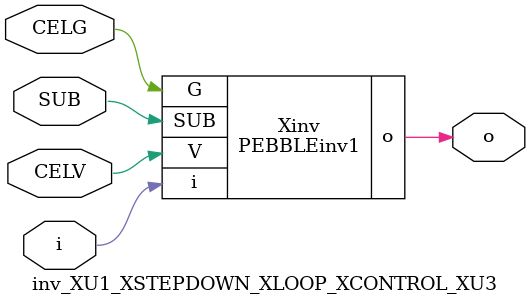
<source format=v>



module PEBBLEinv1 ( o, G, SUB, V, i );

  input V;
  input i;
  input G;
  output o;
  input SUB;
endmodule

//Celera Confidential Do Not Copy inv_XU1_XSTEPDOWN_XLOOP_XCONTROL_XU3
//Celera Confidential Symbol Generator
//5V Inverter
module inv_XU1_XSTEPDOWN_XLOOP_XCONTROL_XU3 (CELV,CELG,i,o,SUB);
input CELV;
input CELG;
input i;
input SUB;
output o;

//Celera Confidential Do Not Copy inv
PEBBLEinv1 Xinv(
.V (CELV),
.i (i),
.o (o),
.SUB (SUB),
.G (CELG)
);
//,diesize,PEBBLEinv1

//Celera Confidential Do Not Copy Module End
//Celera Schematic Generator
endmodule

</source>
